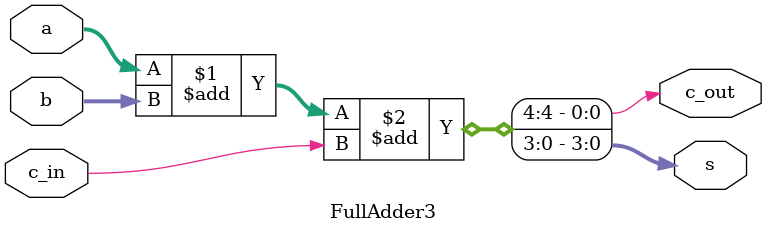
<source format=sv>
module FullAdder3 (
	input [3:0]a,
	input [3:0]b,
	input c_in,
	output [3:0]s,
	output c_out
);
	assign {c_out, s} = a + b + c_in;
endmodule // FullAdder3

</source>
